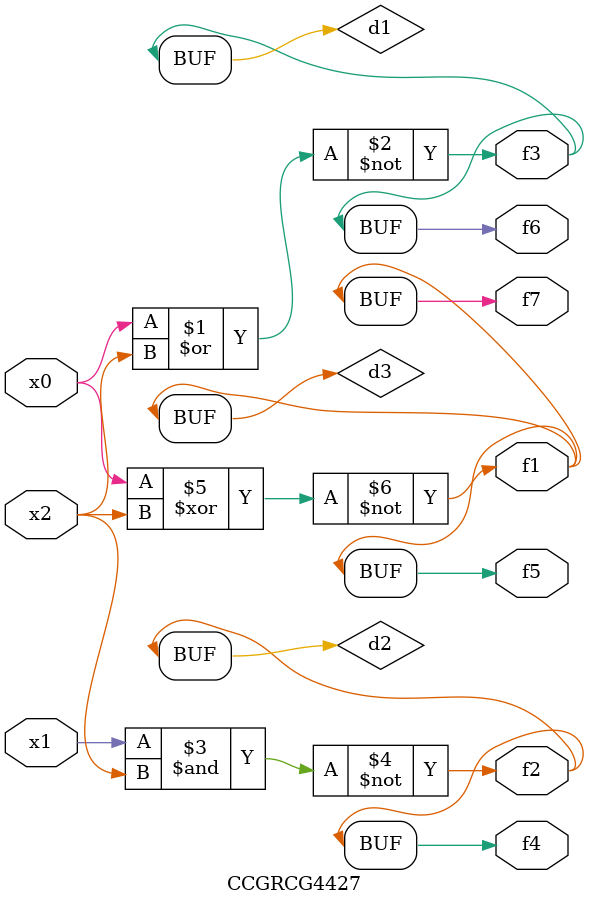
<source format=v>
module CCGRCG4427(
	input x0, x1, x2,
	output f1, f2, f3, f4, f5, f6, f7
);

	wire d1, d2, d3;

	nor (d1, x0, x2);
	nand (d2, x1, x2);
	xnor (d3, x0, x2);
	assign f1 = d3;
	assign f2 = d2;
	assign f3 = d1;
	assign f4 = d2;
	assign f5 = d3;
	assign f6 = d1;
	assign f7 = d3;
endmodule

</source>
